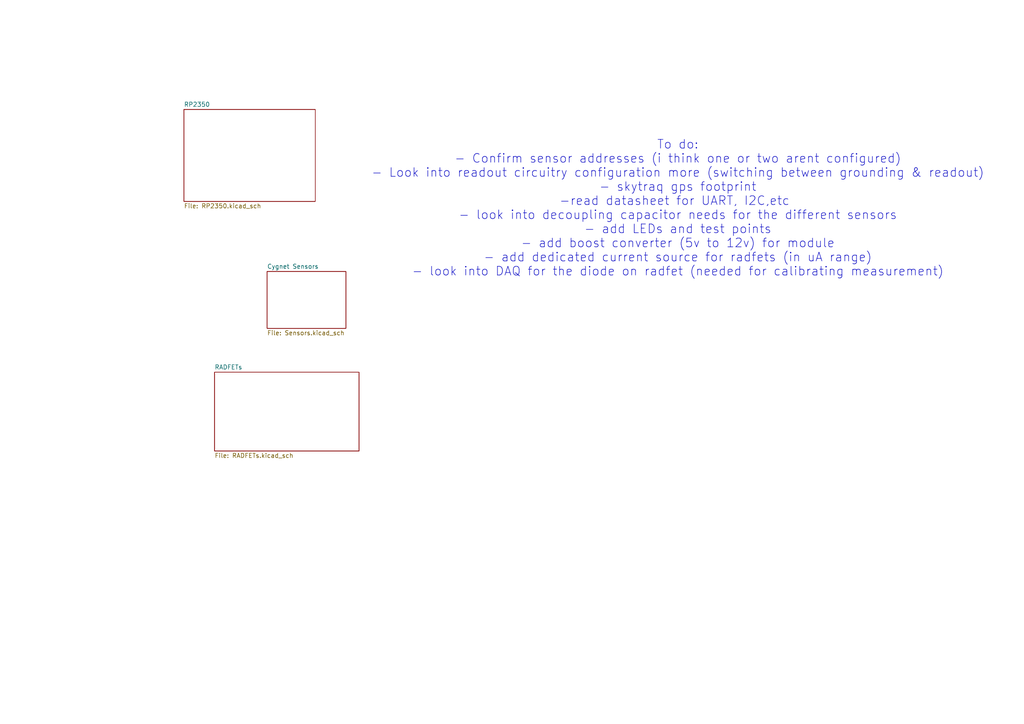
<source format=kicad_sch>
(kicad_sch
	(version 20250114)
	(generator "eeschema")
	(generator_version "9.0")
	(uuid "f674abc6-f811-4b69-a04b-9059ca6b6a44")
	(paper "A4")
	(lib_symbols)
	(text "To do:\n- Confirm sensor addresses (i think one or two arent configured)\n- Look into readout circuitry configuration more (switching between grounding & readout)\n- skytraq gps footprint\n-read datasheet for UART, I2C,etc \n- look into decoupling capacitor needs for the different sensors\n- add LEDs and test points\n- add boost converter (5v to 12v) for module\n- add dedicated current source for radfets (in uA range)\n- look into DAQ for the diode on radfet (needed for calibrating measurement)"
		(exclude_from_sim no)
		(at 196.596 60.452 0)
		(effects
			(font
				(size 2.54 2.54)
			)
		)
		(uuid "edaf5d7f-75eb-42c2-9a18-a303084f45e1")
	)
	(sheet
		(at 77.47 78.74)
		(size 22.86 16.51)
		(exclude_from_sim no)
		(in_bom yes)
		(on_board yes)
		(dnp no)
		(fields_autoplaced yes)
		(stroke
			(width 0.1524)
			(type solid)
		)
		(fill
			(color 0 0 0 0.0000)
		)
		(uuid "0d682e4c-dd90-4e8f-a4ef-2b9bfd19db70")
		(property "Sheetname" "Cygnet Sensors"
			(at 77.47 78.0284 0)
			(effects
				(font
					(size 1.27 1.27)
				)
				(justify left bottom)
			)
		)
		(property "Sheetfile" "Sensors.kicad_sch"
			(at 77.47 95.8346 0)
			(effects
				(font
					(size 1.27 1.27)
				)
				(justify left top)
			)
		)
		(instances
			(project "Cygnet Skywalker v1"
				(path "/f674abc6-f811-4b69-a04b-9059ca6b6a44"
					(page "3")
				)
			)
		)
	)
	(sheet
		(at 53.34 31.75)
		(size 38.1 26.67)
		(exclude_from_sim no)
		(in_bom yes)
		(on_board yes)
		(dnp no)
		(fields_autoplaced yes)
		(stroke
			(width 0.1524)
			(type solid)
		)
		(fill
			(color 0 0 0 0.0000)
		)
		(uuid "1c32e749-3fab-4b6f-bd12-5ab8a8f6979b")
		(property "Sheetname" "RP2350"
			(at 53.34 31.0384 0)
			(effects
				(font
					(size 1.27 1.27)
				)
				(justify left bottom)
			)
		)
		(property "Sheetfile" "RP2350.kicad_sch"
			(at 53.34 59.0046 0)
			(effects
				(font
					(size 1.27 1.27)
				)
				(justify left top)
			)
		)
		(instances
			(project "Cygnet Skywalker v1"
				(path "/f674abc6-f811-4b69-a04b-9059ca6b6a44"
					(page "2")
				)
			)
		)
	)
	(sheet
		(at 62.23 107.95)
		(size 41.91 22.86)
		(exclude_from_sim no)
		(in_bom yes)
		(on_board yes)
		(dnp no)
		(fields_autoplaced yes)
		(stroke
			(width 0.1524)
			(type solid)
		)
		(fill
			(color 0 0 0 0.0000)
		)
		(uuid "33e54b08-8438-48ba-af26-405155868428")
		(property "Sheetname" "RADFETs"
			(at 62.23 107.2384 0)
			(effects
				(font
					(size 1.27 1.27)
				)
				(justify left bottom)
			)
		)
		(property "Sheetfile" "RADFETs.kicad_sch"
			(at 62.23 131.3946 0)
			(effects
				(font
					(size 1.27 1.27)
				)
				(justify left top)
			)
		)
		(instances
			(project "Cygnet Skywalker v1"
				(path "/f674abc6-f811-4b69-a04b-9059ca6b6a44"
					(page "4")
				)
			)
		)
	)
	(sheet_instances
		(path "/"
			(page "1")
		)
	)
	(embedded_fonts no)
)

</source>
